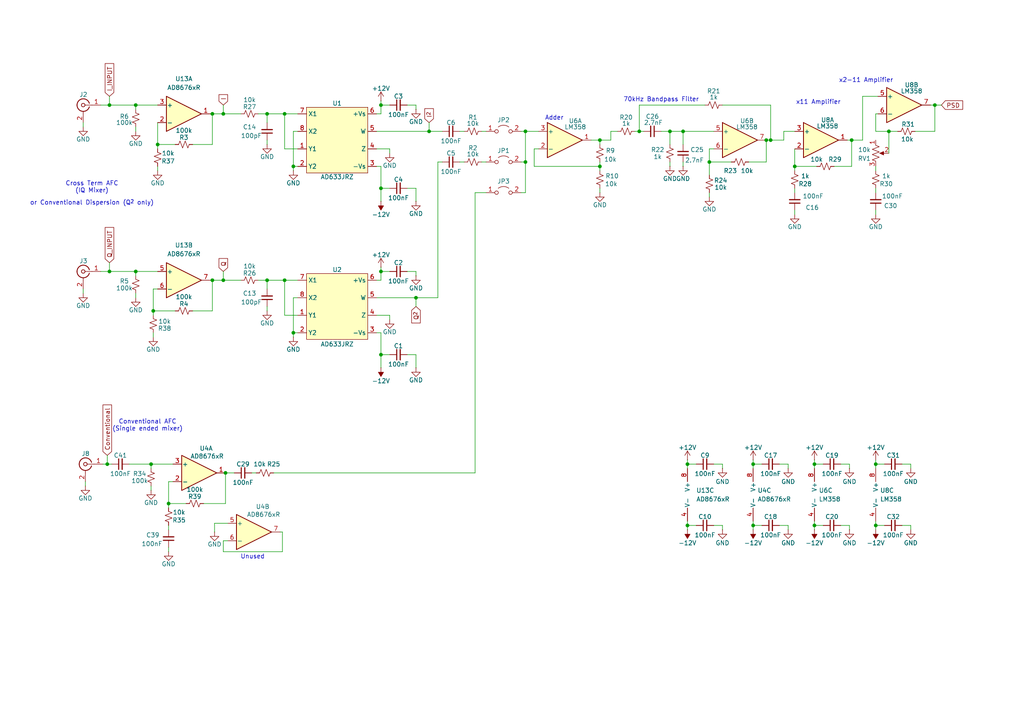
<source format=kicad_sch>
(kicad_sch (version 20231120) (generator "eeschema") (generator_version "8.0")
  (paper "A4")
  (lib_symbols
    (symbol "Amplifier_Operational:AD8676xR" (pin_names (offset 0.127))
      (property "Reference" "U" (at 2.54 6.35 0))
      (property "Value" "AD8676xR" (at 2.54 3.81 0))
      (symbol "AD8676xR_1_1"
        (polyline (pts (xy 5.08 0) (xy -5.08 5.08) (xy -5.08 -5.08) (xy 5.08 0)) (stroke (width 0.254)) (fill (type background)))
        (pin output line (at 7.62 0 180) (length 2.54) (name "~") (number "1"))
        (pin input line (at -7.62 -2.54 0) (length 2.54) (name "-") (number "2"))
        (pin input line (at -7.62 2.54 0) (length 2.54) (name "+") (number "3"))
      )
      (symbol "AD8676xR_2_1"
        (polyline (pts (xy 5.08 0) (xy -5.08 5.08) (xy -5.08 -5.08) (xy 5.08 0)) (stroke (width 0.254)) (fill (type background)))
        (pin input line (at -7.62 2.54 0) (length 2.54) (name "+") (number "5"))
        (pin input line (at -7.62 -2.54 0) (length 2.54) (name "-") (number "6"))
        (pin output line (at 7.62 0 180) (length 2.54) (name "~") (number "7"))
      )
      (symbol "AD8676xR_3_1"
        (pin power_in line (at 0 -7.62 90) (length 3.81) (name "V-") (number "4"))
        (pin power_in line (at 0 7.62 270) (length 3.81) (name "V+") (number "8"))
      )
    )
    (symbol "Amplifier_Operational:LM358" (pin_names (offset 0.127))
      (property "Reference" "U" (at 0 5.08 0))
      (property "Value" "LM358" (at 0 -5.08 0))
      (symbol "LM358_1_1"
        (polyline (pts (xy -5.08 5.08) (xy 5.08 0) (xy -5.08 -5.08) (xy -5.08 5.08)) (stroke (width 0.254)) (fill (type background)))
        (pin output line (at 7.62 0 180) (length 2.54) (name "~") (number "1"))
        (pin input line (at -7.62 -2.54 0) (length 2.54) (name "-") (number "2"))
        (pin input line (at -7.62 2.54 0) (length 2.54) (name "+") (number "3"))
      )
      (symbol "LM358_2_1"
        (polyline (pts (xy -5.08 5.08) (xy 5.08 0) (xy -5.08 -5.08) (xy -5.08 5.08)) (stroke (width 0.254)) (fill (type background)))
        (pin input line (at -7.62 2.54 0) (length 2.54) (name "+") (number "5"))
        (pin input line (at -7.62 -2.54 0) (length 2.54) (name "-") (number "6"))
        (pin output line (at 7.62 0 180) (length 2.54) (name "~") (number "7"))
      )
      (symbol "LM358_3_1"
        (pin power_in line (at -2.54 -7.62 90) (length 3.81) (name "V-") (number "4"))
        (pin power_in line (at -2.54 7.62 270) (length 3.81) (name "V+") (number "8"))
      )
    )
    (symbol "Connector:Conn_Coaxial" (pin_names (offset 1.016) hide)
      (property "Reference" "J" (at 0.254 3.048 0))
      (property "Value" "Conn_Coaxial" (at 2.921 0 90))
      (symbol "Conn_Coaxial_0_1"
        (arc (start -1.778 -0.508) (mid 0.2311 -1.8066) (end 1.778 0) (stroke (width 0.254)))
        (polyline (pts (xy -2.54 0) (xy -0.508 0)))
        (polyline (pts (xy 0 -2.54) (xy 0 -1.778)))
        (circle (center 0 0) (radius 0.508) (stroke (width 0.2032)))
        (arc (start 1.778 0) (mid 0.2099 1.8101) (end -1.778 0.508) (stroke (width 0.254)))
      )
      (symbol "Conn_Coaxial_1_1"
        (pin passive line (at -5.08 0 0) (length 2.54) (name "In") (number "1"))
        (pin passive line (at 0 -5.08 90) (length 2.54) (name "Ext") (number "2"))
      )
    )
    (symbol "Device:C_Small" (pin_numbers hide) (pin_names (offset 0.254) hide)
      (property "Reference" "C" (at 0.254 1.778 0))
      (property "Value" "C_Small" (at 0.254 -2.032 0))
      (symbol "C_Small_0_1"
        (polyline (pts (xy -1.524 -0.508) (xy 1.524 -0.508)) (stroke (width 0.3302)))
        (polyline (pts (xy -1.524 0.508) (xy 1.524 0.508)) (stroke (width 0.3048)))
      )
      (symbol "C_Small_1_1"
        (pin passive line (at 0 2.54 270) (length 2.032) (name "~") (number "1"))
        (pin passive line (at 0 -2.54 90) (length 2.032) (name "~") (number "2"))
      )
    )
    (symbol "Device:R_Potentiometer_US" (pin_names (offset 1.016) hide)
      (property "Reference" "RV" (at -4.445 0 90))
      (property "Value" "R_Potentiometer_US" (at -2.54 0 90))
      (symbol "R_Potentiometer_US_0_1"
        (polyline (pts (xy 0 -2.286) (xy 0 -2.54)))
        (polyline (pts (xy 0 2.54) (xy 0 2.286)))
        (polyline (pts (xy 2.54 0) (xy 1.524 0)))
        (polyline (pts (xy 1.143 0) (xy 2.286 0.508) (xy 2.286 -0.508) (xy 1.143 0)) (fill (type outline)))
        (polyline (pts (xy 0 -0.762) (xy 1.016 -1.143) (xy 0 -1.524) (xy -1.016 -1.905) (xy 0 -2.286)))
        (polyline (pts (xy 0 0.762) (xy 1.016 0.381) (xy 0 0) (xy -1.016 -0.381) (xy 0 -0.762)))
        (polyline (pts (xy 0 2.286) (xy 1.016 1.905) (xy 0 1.524) (xy -1.016 1.143) (xy 0 0.762)))
      )
      (symbol "R_Potentiometer_US_1_1"
        (pin passive line (at 0 3.81 270) (length 1.27) (name "1") (number "1"))
        (pin passive line (at 3.81 0 180) (length 1.27) (name "2") (number "2"))
        (pin passive line (at 0 -3.81 90) (length 1.27) (name "3") (number "3"))
      )
    )
    (symbol "Device:R_Small_US" (pin_numbers hide) (pin_names (offset 0.254) hide)
      (property "Reference" "R" (at 0.762 0.508 0))
      (property "Value" "R_Small_US" (at 0.762 -1.016 0))
      (symbol "R_Small_US_1_1"
        (polyline (pts (xy 0 0) (xy 1.016 -0.381) (xy 0 -0.762) (xy -1.016 -1.143) (xy 0 -1.524)))
        (polyline (pts (xy 0 1.524) (xy 1.016 1.143) (xy 0 0.762) (xy -1.016 0.381) (xy 0 0)))
        (pin passive line (at 0 2.54 270) (length 1.016) (name "~") (number "1"))
        (pin passive line (at 0 -2.54 90) (length 1.016) (name "~") (number "2"))
      )
    )
    (symbol "Jumper:Jumper_2_Open" (pin_names (offset 0) hide)
      (property "Reference" "JP" (at 0 2.794 0))
      (property "Value" "Jumper_2_Open" (at 0 -2.286 0))
      (symbol "Jumper_2_Open_0_0"
        (circle (center -2.032 0) (radius 0.508))
        (circle (center 2.032 0) (radius 0.508))
      )
      (symbol "Jumper_2_Open_0_1"
        (arc (start 1.524 1.27) (mid 0 1.778) (end -1.524 1.27))
      )
      (symbol "Jumper_2_Open_1_1"
        (pin passive line (at -5.08 0 0) (length 2.54) (name "A") (number "1"))
        (pin passive line (at 5.08 0 180) (length 2.54) (name "B") (number "2"))
      )
    )
    (symbol "_tim-RF:AD633JRZ"
      (property "Reference" "U" (at -0.254 -12.7 0))
      (property "Value" "AD633JRZ" (at -0.254 -12.7 0))
      (property "Digikey" "505-AD633JRZ-ND" (at -0.254 -14.732 0))
      (symbol "AD633JRZ_1_1"
        (rectangle (start -8.89 9.525) (end 8.89 -9.525) (fill (type background)))
        (pin input line (at -11.43 -2.54 0) (length 2.54) (name "Y1") (number "1"))
        (pin input line (at -11.43 -7.62 0) (length 2.54) (name "Y2") (number "2"))
        (pin power_in line (at 11.43 -7.62 180) (length 2.54) (name "-Vs") (number "3"))
        (pin input line (at 11.43 -2.54 180) (length 2.54) (name "Z") (number "4"))
        (pin output line (at 11.43 2.54 180) (length 2.54) (name "W") (number "5"))
        (pin power_in line (at 11.43 7.62 180) (length 2.54) (name "+Vs") (number "6"))
        (pin input line (at -11.43 7.62 0) (length 2.54) (name "X1") (number "7"))
        (pin input line (at -11.43 2.54 0) (length 2.54) (name "X2") (number "8"))
      )
    )
    (symbol "power:+12V" (power) (pin_numbers hide) (pin_names (offset 0) hide)
      (property "Value" "+12V" (at 0 3.556 0))
      (symbol "+12V_0_1"
        (polyline (pts (xy -0.762 1.27) (xy 0 2.54)))
        (polyline (pts (xy 0 0) (xy 0 2.54)))
        (polyline (pts (xy 0 2.54) (xy 0.762 1.27)))
      )
      (symbol "+12V_1_1"
        (pin power_in line (at 0 0 90) (length 0) (name "~") (number "1"))
      )
    )
    (symbol "power:-12V" (power) (pin_numbers hide) (pin_names (offset 0) hide)
      (property "Value" "-12V" (at 0 3.556 0))
      (symbol "-12V_0_0"
        (pin power_in line (at 0 0 90) (length 0) (name "~") (number "1"))
      )
      (symbol "-12V_0_1"
        (polyline (pts (xy 0 0) (xy 0 1.27) (xy 0.762 1.27) (xy 0 2.54) (xy -0.762 1.27) (xy 0 1.27)) (fill (type outline)))
      )
    )
    (symbol "power:GND" (power) (pin_numbers hide) (pin_names (offset 0) hide)
      (property "Value" "GND" (at 0 -3.81 0))
      (symbol "GND_0_1"
        (polyline (pts (xy 0 0) (xy 0 -1.27) (xy 1.27 -1.27) (xy 0 -2.54) (xy -1.27 -1.27) (xy 0 -1.27)))
      )
      (symbol "GND_1_1"
        (pin power_in line (at 0 0 270) (length 0) (name "~") (number "1"))
      )
    )
  )
  (junction (at 48.895 146.05))
  (junction (at 218.44 152.4))
  (junction (at 61.595 33.02))
  (junction (at 43.815 134.62))
  (junction (at 271.145 30.48))
  (junction (at 64.77 81.28))
  (junction (at 77.47 33.02))
  (junction (at 194.31 38.1))
  (junction (at 254 152.4))
  (junction (at 65.405 137.16))
  (junction (at 257.81 38.1))
  (junction (at 31.75 30.48))
  (junction (at 152.4 46.99))
  (junction (at 199.39 134.62))
  (junction (at 44.45 90.17))
  (junction (at 223.52 40.64))
  (junction (at 236.22 152.4))
  (junction (at 230.505 48.26))
  (junction (at 110.49 54.61))
  (junction (at 173.99 48.26))
  (junction (at 236.22 134.62))
  (junction (at 110.49 102.87))
  (junction (at 198.12 38.1))
  (junction (at 199.39 152.4))
  (junction (at 152.4 38.1))
  (junction (at 82.55 81.28))
  (junction (at 85.09 48.26))
  (junction (at 61.595 81.28))
  (junction (at 185.42 38.1))
  (junction (at 205.74 46.99))
  (junction (at 120.65 86.36))
  (junction (at 222.25 40.64))
  (junction (at 247.015 40.64))
  (junction (at 110.49 30.48))
  (junction (at 82.55 33.02))
  (junction (at 45.72 41.91))
  (junction (at 110.49 78.74))
  (junction (at 173.99 40.64))
  (junction (at 64.77 33.02))
  (junction (at 85.09 96.52))
  (junction (at 31.115 134.62))
  (junction (at 254 134.62))
  (junction (at 39.37 78.74))
  (junction (at 218.44 134.62))
  (junction (at 124.46 38.1))
  (junction (at 31.75 78.74))
  (junction (at 39.37 30.48))
  (junction (at 77.47 81.28))
  (wire (pts (xy 120.65 58.42) (xy 120.65 54.61)))
  (wire (pts (xy 223.52 30.48) (xy 223.52 40.64)))
  (wire (pts (xy 254 134.62) (xy 254 135.89)))
  (wire (pts (xy 209.55 152.4) (xy 207.01 152.4)))
  (wire (pts (xy 184.15 38.1) (xy 185.42 38.1)))
  (wire (pts (xy 65.405 137.16) (xy 67.945 137.16)))
  (wire (pts (xy 173.99 46.99) (xy 173.99 48.26)))
  (wire (pts (xy 264.16 135.89) (xy 264.16 134.62)))
  (wire (pts (xy 85.09 86.36) (xy 85.09 96.52)))
  (wire (pts (xy 61.595 81.28) (xy 64.77 81.28)))
  (wire (pts (xy 31.75 27.94) (xy 31.75 30.48)))
  (wire (pts (xy 85.09 48.26) (xy 85.09 49.53)))
  (wire (pts (xy 154.94 48.26) (xy 173.99 48.26)))
  (wire (pts (xy 152.4 38.1) (xy 156.21 38.1)))
  (wire (pts (xy 110.49 96.52) (xy 110.49 102.87)))
  (wire (pts (xy 198.12 38.1) (xy 207.01 38.1)))
  (wire (pts (xy 61.595 90.17) (xy 61.595 81.28)))
  (wire (pts (xy 79.375 137.16) (xy 137.795 137.16)))
  (wire (pts (xy 173.99 54.61) (xy 173.99 55.88)))
  (wire (pts (xy 250.19 27.94) (xy 254.635 27.94)))
  (wire (pts (xy 110.49 77.47) (xy 110.49 78.74)))
  (wire (pts (xy 152.4 46.99) (xy 152.4 38.1)))
  (wire (pts (xy 257.81 38.1) (xy 260.35 38.1)))
  (wire (pts (xy 86.36 96.52) (xy 85.09 96.52)))
  (wire (pts (xy 151.13 46.99) (xy 152.4 46.99)))
  (wire (pts (xy 39.37 78.74) (xy 45.72 78.74)))
  (wire (pts (xy 173.99 40.64) (xy 171.45 40.64)))
  (wire (pts (xy 44.45 90.17) (xy 44.45 91.44)))
  (wire (pts (xy 222.25 40.64) (xy 222.25 46.99)))
  (wire (pts (xy 173.99 40.64) (xy 177.165 40.64)))
  (wire (pts (xy 256.54 152.4) (xy 254 152.4)))
  (wire (pts (xy 44.45 83.82) (xy 44.45 90.17)))
  (wire (pts (xy 39.37 78.74) (xy 39.37 80.01)))
  (wire (pts (xy 247.015 40.64) (xy 245.745 40.64)))
  (wire (pts (xy 45.72 41.91) (xy 50.8 41.91)))
  (wire (pts (xy 139.7 46.99) (xy 140.97 46.99)))
  (wire (pts (xy 199.39 134.62) (xy 199.39 135.89)))
  (wire (pts (xy 44.45 96.52) (xy 44.45 97.79)))
  (wire (pts (xy 133.35 46.99) (xy 134.62 46.99)))
  (wire (pts (xy 151.13 38.1) (xy 152.4 38.1)))
  (wire (pts (xy 110.49 54.61) (xy 110.49 58.42)))
  (wire (pts (xy 45.72 48.26) (xy 45.72 49.53)))
  (wire (pts (xy 110.49 102.87) (xy 110.49 106.68)))
  (wire (pts (xy 254 33.02) (xy 254 38.1)))
  (wire (pts (xy 254 152.4) (xy 254 151.13)))
  (wire (pts (xy 86.36 38.1) (xy 85.09 38.1)))
  (wire (pts (xy 109.22 91.44) (xy 113.03 91.44)))
  (wire (pts (xy 59.055 146.05) (xy 65.405 146.05)))
  (wire (pts (xy 137.795 137.16) (xy 137.795 55.88)))
  (wire (pts (xy 82.55 91.44) (xy 82.55 81.28)))
  (wire (pts (xy 81.915 160.02) (xy 81.915 154.305)))
  (wire (pts (xy 254 133.35) (xy 254 134.62)))
  (wire (pts (xy 257.81 38.1) (xy 257.81 44.45)))
  (wire (pts (xy 236.855 48.26) (xy 230.505 48.26)))
  (wire (pts (xy 110.49 29.21) (xy 110.49 30.48)))
  (wire (pts (xy 31.75 76.2) (xy 31.75 78.74)))
  (wire (pts (xy 39.37 30.48) (xy 45.72 30.48)))
  (wire (pts (xy 254 48.26) (xy 254 49.53)))
  (wire (pts (xy 209.55 153.67) (xy 209.55 152.4)))
  (wire (pts (xy 223.52 40.64) (xy 222.25 40.64)))
  (wire (pts (xy 247.015 48.26) (xy 247.015 40.64)))
  (wire (pts (xy 120.65 106.68) (xy 120.65 102.87)))
  (wire (pts (xy 82.55 43.18) (xy 82.55 33.02)))
  (wire (pts (xy 222.25 46.99) (xy 217.17 46.99)))
  (wire (pts (xy 48.895 139.7) (xy 48.895 146.05)))
  (wire (pts (xy 65.405 137.16) (xy 65.405 146.05)))
  (wire (pts (xy 120.65 102.87) (xy 118.11 102.87)))
  (wire (pts (xy 120.65 78.74) (xy 120.65 80.01)))
  (wire (pts (xy 124.46 38.1) (xy 128.27 38.1)))
  (wire (pts (xy 218.44 151.13) (xy 218.44 152.4)))
  (wire (pts (xy 173.99 40.64) (xy 173.99 41.91)))
  (wire (pts (xy 227.33 38.1) (xy 230.505 38.1)))
  (wire (pts (xy 118.11 78.74) (xy 120.65 78.74)))
  (wire (pts (xy 212.09 46.99) (xy 205.74 46.99)))
  (wire (pts (xy 110.49 102.87) (xy 113.03 102.87)))
  (wire (pts (xy 152.4 46.99) (xy 152.4 55.88)))
  (wire (pts (xy 177.165 40.64) (xy 177.165 38.1)))
  (wire (pts (xy 137.795 55.88) (xy 140.97 55.88)))
  (wire (pts (xy 24.765 139.7) (xy 24.765 140.97)))
  (wire (pts (xy 64.77 78.74) (xy 64.77 81.28)))
  (wire (pts (xy 82.55 33.02) (xy 86.36 33.02)))
  (wire (pts (xy 204.47 30.48) (xy 185.42 30.48)))
  (wire (pts (xy 236.22 133.35) (xy 236.22 134.62)))
  (wire (pts (xy 85.09 38.1) (xy 85.09 48.26)))
  (wire (pts (xy 62.23 151.765) (xy 66.04 151.765)))
  (wire (pts (xy 61.595 41.91) (xy 61.595 33.02)))
  (wire (pts (xy 246.38 152.4) (xy 243.84 152.4)))
  (wire (pts (xy 177.165 38.1) (xy 179.07 38.1)))
  (wire (pts (xy 199.39 151.13) (xy 199.39 152.4)))
  (wire (pts (xy 139.7 38.1) (xy 140.97 38.1)))
  (wire (pts (xy 271.145 38.1) (xy 271.145 30.48)))
  (wire (pts (xy 230.505 54.61) (xy 230.505 55.88)))
  (wire (pts (xy 31.75 78.74) (xy 39.37 78.74)))
  (wire (pts (xy 113.03 43.18) (xy 113.03 44.45)))
  (wire (pts (xy 199.39 134.62) (xy 201.93 134.62)))
  (wire (pts (xy 218.44 134.62) (xy 218.44 135.89)))
  (wire (pts (xy 45.72 83.82) (xy 44.45 83.82)))
  (wire (pts (xy 246.38 153.67) (xy 246.38 152.4)))
  (wire (pts (xy 86.36 48.26) (xy 85.09 48.26)))
  (wire (pts (xy 124.46 35.56) (xy 124.46 38.1)))
  (wire (pts (xy 133.35 38.1) (xy 134.62 38.1)))
  (wire (pts (xy 45.72 43.18) (xy 45.72 41.91)))
  (wire (pts (xy 227.33 40.64) (xy 227.33 38.1)))
  (wire (pts (xy 185.42 30.48) (xy 185.42 38.1)))
  (wire (pts (xy 48.895 139.7) (xy 50.165 139.7)))
  (wire (pts (xy 218.44 133.35) (xy 218.44 134.62)))
  (wire (pts (xy 29.845 134.62) (xy 31.115 134.62)))
  (wire (pts (xy 250.19 27.94) (xy 250.19 40.64)))
  (wire (pts (xy 86.36 91.44) (xy 82.55 91.44)))
  (wire (pts (xy 64.77 156.845) (xy 64.77 160.02)))
  (wire (pts (xy 110.49 78.74) (xy 113.03 78.74)))
  (wire (pts (xy 73.025 137.16) (xy 74.295 137.16)))
  (wire (pts (xy 209.55 30.48) (xy 223.52 30.48)))
  (wire (pts (xy 110.49 30.48) (xy 110.49 33.02)))
  (wire (pts (xy 236.22 152.4) (xy 236.22 151.13)))
  (wire (pts (xy 228.6 153.67) (xy 228.6 152.4)))
  (wire (pts (xy 120.65 86.36) (xy 120.65 88.9)))
  (wire (pts (xy 77.47 81.28) (xy 82.55 81.28)))
  (wire (pts (xy 254.635 33.02) (xy 254 33.02)))
  (wire (pts (xy 64.77 30.48) (xy 64.77 33.02)))
  (wire (pts (xy 55.88 41.91) (xy 61.595 41.91)))
  (wire (pts (xy 61.595 33.02) (xy 64.77 33.02)))
  (wire (pts (xy 264.16 152.4) (xy 261.62 152.4)))
  (wire (pts (xy 43.815 134.62) (xy 50.165 134.62)))
  (wire (pts (xy 64.77 81.28) (xy 69.85 81.28)))
  (wire (pts (xy 230.505 60.96) (xy 230.505 62.23)))
  (wire (pts (xy 230.505 48.26) (xy 230.505 43.18)))
  (wire (pts (xy 246.38 135.89) (xy 246.38 134.62)))
  (wire (pts (xy 48.895 146.05) (xy 53.975 146.05)))
  (wire (pts (xy 257.81 38.1) (xy 254 38.1)))
  (wire (pts (xy 185.42 38.1) (xy 186.69 38.1)))
  (wire (pts (xy 201.93 152.4) (xy 199.39 152.4)))
  (wire (pts (xy 228.6 134.62) (xy 226.06 134.62)))
  (wire (pts (xy 55.88 90.17) (xy 61.595 90.17)))
  (wire (pts (xy 110.49 33.02) (xy 109.22 33.02)))
  (wire (pts (xy 43.815 134.62) (xy 43.815 135.89)))
  (wire (pts (xy 228.6 135.89) (xy 228.6 134.62)))
  (wire (pts (xy 230.505 48.26) (xy 230.505 49.53)))
  (wire (pts (xy 110.49 81.28) (xy 109.22 81.28)))
  (wire (pts (xy 81.915 154.305) (xy 81.28 154.305)))
  (wire (pts (xy 254 54.61) (xy 254 55.88)))
  (wire (pts (xy 74.93 81.28) (xy 77.47 81.28)))
  (wire (pts (xy 31.115 134.62) (xy 32.385 134.62)))
  (wire (pts (xy 269.875 30.48) (xy 271.145 30.48)))
  (wire (pts (xy 44.45 90.17) (xy 50.8 90.17)))
  (wire (pts (xy 74.93 33.02) (xy 77.47 33.02)))
  (wire (pts (xy 31.75 30.48) (xy 39.37 30.48)))
  (wire (pts (xy 86.36 86.36) (xy 85.09 86.36)))
  (wire (pts (xy 37.465 134.62) (xy 43.815 134.62)))
  (wire (pts (xy 77.47 88.9) (xy 77.47 90.17)))
  (wire (pts (xy 60.96 33.02) (xy 61.595 33.02)))
  (wire (pts (xy 48.895 160.02) (xy 48.895 158.75)))
  (wire (pts (xy 207.01 43.18) (xy 205.74 43.18)))
  (wire (pts (xy 194.31 46.99) (xy 194.31 48.26)))
  (wire (pts (xy 228.6 152.4) (xy 226.06 152.4)))
  (wire (pts (xy 77.47 40.64) (xy 77.47 41.91)))
  (wire (pts (xy 154.94 43.18) (xy 154.94 48.26)))
  (wire (pts (xy 250.19 40.64) (xy 247.015 40.64)))
  (wire (pts (xy 205.74 46.99) (xy 205.74 50.8)))
  (wire (pts (xy 77.47 33.02) (xy 82.55 33.02)))
  (wire (pts (xy 194.31 38.1) (xy 194.31 41.91)))
  (wire (pts (xy 198.12 46.99) (xy 198.12 48.26)))
  (wire (pts (xy 39.37 30.48) (xy 39.37 31.75)))
  (wire (pts (xy 118.11 30.48) (xy 120.65 30.48)))
  (wire (pts (xy 109.22 43.18) (xy 113.03 43.18)))
  (wire (pts (xy 31.115 132.08) (xy 31.115 134.62)))
  (wire (pts (xy 48.895 147.32) (xy 48.895 146.05)))
  (wire (pts (xy 238.76 152.4) (xy 236.22 152.4)))
  (wire (pts (xy 110.49 30.48) (xy 113.03 30.48)))
  (wire (pts (xy 110.49 54.61) (xy 113.03 54.61)))
  (wire (pts (xy 45.72 35.56) (xy 45.72 41.91)))
  (wire (pts (xy 264.16 153.67) (xy 264.16 152.4)))
  (wire (pts (xy 109.22 38.1) (xy 124.46 38.1)))
  (wire (pts (xy 254 152.4) (xy 254 153.67)))
  (wire (pts (xy 246.38 134.62) (xy 243.84 134.62)))
  (wire (pts (xy 151.13 55.88) (xy 152.4 55.88)))
  (wire (pts (xy 120.65 30.48) (xy 120.65 31.75)))
  (wire (pts (xy 205.74 55.88) (xy 205.74 57.15)))
  (wire (pts (xy 120.65 54.61) (xy 118.11 54.61)))
  (wire (pts (xy 256.54 134.62) (xy 254 134.62)))
  (wire (pts (xy 209.55 134.62) (xy 207.01 134.62)))
  (wire (pts (xy 86.36 43.18) (xy 82.55 43.18)))
  (wire (pts (xy 66.04 156.845) (xy 64.77 156.845)))
  (wire (pts (xy 77.47 33.02) (xy 77.47 35.56)))
  (wire (pts (xy 271.145 30.48) (xy 273.05 30.48)))
  (wire (pts (xy 236.22 134.62) (xy 236.22 135.89)))
  (wire (pts (xy 62.23 154.305) (xy 62.23 151.765)))
  (wire (pts (xy 220.98 152.4) (xy 218.44 152.4)))
  (wire (pts (xy 109.22 96.52) (xy 110.49 96.52)))
  (wire (pts (xy 127 46.99) (xy 127 86.36)))
  (wire (pts (xy 191.77 38.1) (xy 194.31 38.1)))
  (wire (pts (xy 113.03 91.44) (xy 113.03 92.71)))
  (wire (pts (xy 109.22 86.36) (xy 120.65 86.36)))
  (wire (pts (xy 24.13 83.82) (xy 24.13 85.09)))
  (wire (pts (xy 241.935 48.26) (xy 247.015 48.26)))
  (wire (pts (xy 198.12 38.1) (xy 198.12 41.91)))
  (wire (pts (xy 43.815 140.97) (xy 43.815 142.24)))
  (wire (pts (xy 120.65 86.36) (xy 127 86.36)))
  (wire (pts (xy 77.47 81.28) (xy 77.47 83.82)))
  (wire (pts (xy 64.77 160.02) (xy 81.915 160.02)))
  (wire (pts (xy 39.37 85.09) (xy 39.37 86.36)))
  (wire (pts (xy 265.43 38.1) (xy 271.145 38.1)))
  (wire (pts (xy 110.49 48.26) (xy 110.49 54.61)))
  (wire (pts (xy 264.16 134.62) (xy 261.62 134.62)))
  (wire (pts (xy 199.39 152.4) (xy 199.39 153.67)))
  (wire (pts (xy 24.13 35.56) (xy 24.13 36.83)))
  (wire (pts (xy 218.44 152.4) (xy 218.44 153.67)))
  (wire (pts (xy 48.895 152.4) (xy 48.895 153.67)))
  (wire (pts (xy 254 60.96) (xy 254 62.23)))
  (wire (pts (xy 173.99 48.26) (xy 173.99 49.53)))
  (wire (pts (xy 205.74 43.18) (xy 205.74 46.99)))
  (wire (pts (xy 236.22 134.62) (xy 238.76 134.62)))
  (wire (pts (xy 194.31 38.1) (xy 198.12 38.1)))
  (wire (pts (xy 60.96 81.28) (xy 61.595 81.28)))
  (wire (pts (xy 29.21 30.48) (xy 31.75 30.48)))
  (wire (pts (xy 218.44 134.62) (xy 220.98 134.62)))
  (wire (pts (xy 199.39 133.35) (xy 199.39 134.62)))
  (wire (pts (xy 127 46.99) (xy 128.27 46.99)))
  (wire (pts (xy 236.22 152.4) (xy 236.22 153.67)))
  (wire (pts (xy 156.21 43.18) (xy 154.94 43.18)))
  (wire (pts (xy 64.77 33.02) (xy 69.85 33.02)))
  (wire (pts (xy 209.55 135.89) (xy 209.55 134.62)))
  (wire (pts (xy 29.21 78.74) (xy 31.75 78.74)))
  (wire (pts (xy 82.55 81.28) (xy 86.36 81.28)))
  (wire (pts (xy 110.49 78.74) (xy 110.49 81.28)))
  (wire (pts (xy 109.22 48.26) (xy 110.49 48.26)))
  (wire (pts (xy 223.52 40.64) (xy 227.33 40.64)))
  (wire (pts (xy 39.37 36.83) (xy 39.37 38.1)))
  (wire (pts (xy 85.09 96.52) (xy 85.09 97.79)))
  (text "Conventional AFC\n(Single ended mixer)" (at 42.799 123.444 0) (effects (font (size 1.27 1.27))))
  (text "Adder" (at 160.782 34.29 0) (effects (font (size 1.27 1.27))))
  (text "Cross Term AFC\n(IQ Mixer)" (at 26.67 54.356 0) (effects (font (size 1.27 1.27))))
  (text "x2-11 Amplifier" (at 251.206 23.368 0) (effects (font (size 1.27 1.27))))
  (text "Unused" (at 73.279 161.544 0) (effects (font (size 1.27 1.27))))
  (text "or Conventional Dispersion (Q^{2} only)" (at 26.67 58.928 0) (effects (font (size 1.27 1.27))))
  (text "x11 Amplifier" (at 237.363 29.718 0) (effects (font (size 1.27 1.27))))
  (text "70kHz Bandpass Filter" (at 191.77 28.956 0) (effects (font (size 1.27 1.27))))
  (global_label "PSD" (shape input) (at 273.05 30.48 0) (property "Intersheetrefs" "${INTERSHEET_REFS}" (effects (hide yes))))
  (global_label "Conventional" (shape input) (at 31.115 132.08 90) (property "Intersheetrefs" "${INTERSHEET_REFS}" (effects (hide yes))))
  (global_label "Q" (shape input) (at 64.77 78.74 90) (property "Intersheetrefs" "${INTERSHEET_REFS}" (effects (hide yes))))
  (global_label "Q^{2}" (shape input) (at 120.65 88.9 270) (property "Intersheetrefs" "${INTERSHEET_REFS}" (effects (hide yes))))
  (global_label "Q_INPUT" (shape input) (at 31.75 76.2 90) (property "Intersheetrefs" "${INTERSHEET_REFS}" (effects (hide yes))))
  (global_label "I" (shape input) (at 64.77 30.48 90) (property "Intersheetrefs" "${INTERSHEET_REFS}" (effects (hide yes))))
  (global_label "I^{2}" (shape input) (at 124.46 35.56 90) (property "Intersheetrefs" "${INTERSHEET_REFS}" (effects (hide yes))))
  (global_label "I_INPUT" (shape input) (at 31.75 27.94 90) (property "Intersheetrefs" "${INTERSHEET_REFS}" (effects (hide yes))))
  (symbol (lib_id "Device:R_Small_US") (at 45.72 45.72 0) (unit 1)
    (property "Reference" "R37" (at 48.768 46.736 0))
    (property "Value" "10k" (at 48.768 44.45 0))
    (property "Description" "Resistor, small US symbol" (effects (hide yes)))
  )
  (symbol (lib_id "Amplifier_Operational:LM358") (at 238.125 40.64 0) (unit 1)
    (property "Reference" "U8" (at 240.03 34.798 0))
    (property "Value" "LM358" (at 240.03 36.576 0))
    (property "Footprint" "Package_SO:SOIC-8_3.9x4.9mm_P1.27mm" (effects (hide yes)))
    (property "Datasheet" "http://www.ti.com/lit/ds/symlink/lm2904-n.pdf" (effects (hide yes)))
    (property "Description" "Low-Power, Dual Operational Amplifiers, DIP-8/SOIC-8/TO-99-8" (effects (hide yes)))
  )
  (symbol (lib_id "Device:C_Small") (at 48.895 156.21 180) (unit 1)
    (property "Reference" "C39" (at 44.323 155.194 0))
    (property "Value" "100nF" (at 44.069 157.734 0))
    (property "Description" "Unpolarized capacitor, small symbol" (effects (hide yes)))
  )
  (symbol (lib_id "power:-12V") (at 218.44 153.67 180) (unit 1)
    (property "Reference" "#PWR039" (effects (hide yes)))
    (property "Value" "-12V" (at 218.44 157.48 0))
    (property "Description" "Power symbol creates a global label with name \"-12V\"" (effects (hide yes)))
  )
  (symbol (lib_id "Amplifier_Operational:LM358") (at 214.63 40.64 0) (unit 2)
    (property "Reference" "U6" (at 216.662 35.052 0))
    (property "Value" "LM358" (at 216.662 36.83 0))
    (property "Footprint" "Package_SO:SOIC-8_3.9x4.9mm_P1.27mm" (effects (hide yes)))
    (property "Datasheet" "http://www.ti.com/lit/ds/symlink/lm2904-n.pdf" (effects (hide yes)))
    (property "Description" "Low-Power, Dual Operational Amplifiers, DIP-8/SOIC-8/TO-99-8" (effects (hide yes)))
  )
  (symbol (lib_id "Device:R_Small_US") (at 56.515 146.05 270) (unit 1)
    (property "Reference" "R39" (at 56.515 144.018 90))
    (property "Value" "100k" (at 56.515 141.986 90))
    (property "Description" "Resistor, small US symbol" (effects (hide yes)))
  )
  (symbol (lib_id "Device:R_Potentiometer_US") (at 254 44.45 0) (unit 1)
    (property "Reference" "RV1" (at 250.698 45.974 0))
    (property "Value" "10k" (at 250.698 43.434 0))
    (property "Description" "Potentiometer, US symbol" (effects (hide yes)))
  )
  (symbol (lib_id "power:+12V") (at 254 133.35 0) (unit 1)
    (property "Reference" "#PWR068" (effects (hide yes)))
    (property "Value" "+12V" (at 254 129.794 0))
    (property "Description" "Power symbol creates a global label with name \"+12V\"" (effects (hide yes)))
  )
  (symbol (lib_id "power:-12V") (at 110.49 106.68 180) (unit 1)
    (property "Reference" "#PWR015" (effects (hide yes)))
    (property "Value" "-12V" (at 110.49 110.49 0))
    (property "Description" "Power symbol creates a global label with name \"-12V\"" (effects (hide yes)))
  )
  (symbol (lib_id "Amplifier_Operational:AD8676xR") (at 53.34 81.28 0) (unit 2)
    (property "Reference" "U13" (at 53.34 71.12 0))
    (property "Value" "AD8676xR" (at 53.34 73.66 0))
    (property "Footprint" "Package_SO:SOIC-8_3.9x4.9mm_P1.27mm" (effects (hide yes)))
    (property "Datasheet" "https://www.analog.com/media/en/technical-documentation/data-sheets/AD8676.pdf" (effects (hide yes)))
    (property "Description" "Dual operational amplifier, Ultra-precision, 36V, Rail-to-rail output, SOIC-8" (effects (hide yes)))
  )
  (symbol (lib_id "_tim-RF:AD633JRZ") (at 97.79 88.9 0) (unit 1)
    (property "Reference" "U2" (at 97.79 78.232 0))
    (property "Value" "AD633JRZ" (at 97.79 99.822 0))
    (property "Footprint" "Package_SO:SOIC-8_3.9x4.9mm_P1.27mm" (effects (hide yes)))
    (property "Datasheet" "https://www.analog.com/media/en/technical-documentation/data-sheets/AD633.pdf" (effects (hide yes)))
    (property "Description" "Analog Multiplier 4-Quadrant 8-SOIC" (effects (hide yes)))
    (property "Digikey" "505-AD633JRZ-ND" (effects (hide yes)))
  )
  (symbol (lib_id "power:GND") (at 120.65 58.42 0) (unit 1)
    (property "Reference" "#PWR034" (effects (hide yes)))
    (property "Value" "GND" (at 120.65 61.976 0))
    (property "Description" "Power symbol creates a global label with name \"GND\" , ground" (effects (hide yes)))
  )
  (symbol (lib_id "power:+12V") (at 110.49 77.47 0) (unit 1)
    (property "Reference" "#PWR014" (effects (hide yes)))
    (property "Value" "+12V" (at 110.49 73.914 0))
    (property "Description" "Power symbol creates a global label with name \"+12V\"" (effects (hide yes)))
  )
  (symbol (lib_id "Device:C_Small") (at 259.08 134.62 90) (unit 1)
    (property "Reference" "C31" (at 259.08 132.08 90))
    (property "Value" "100nF" (at 259.08 137.414 90))
    (property "Description" "Unpolarized capacitor, small symbol" (effects (hide yes)))
  )
  (symbol (lib_id "Device:R_Small_US") (at 214.63 46.99 270) (unit 1)
    (property "Reference" "R23" (at 211.836 49.53 90))
    (property "Value" "10k" (at 216.662 49.53 90))
    (property "Description" "Resistor, small US symbol" (effects (hide yes)))
  )
  (symbol (lib_id "power:GND") (at 205.74 57.15 0) (unit 1)
    (property "Reference" "#PWR061" (effects (hide yes)))
    (property "Value" "GND" (at 205.74 60.706 0))
    (property "Description" "Power symbol creates a global label with name \"GND\" , ground" (effects (hide yes)))
  )
  (symbol (lib_id "power:GND") (at 44.45 97.79 0) (unit 1)
    (property "Reference" "#PWR06" (effects (hide yes)))
    (property "Value" "GND" (at 44.45 101.346 0))
    (property "Description" "Power symbol creates a global label with name \"GND\" , ground" (effects (hide yes)))
  )
  (symbol (lib_id "power:GND") (at 246.38 153.67 0) (unit 1)
    (property "Reference" "#PWR050" (effects (hide yes)))
    (property "Value" "GND" (at 246.38 157.48 0))
    (property "Description" "Power symbol creates a global label with name \"GND\" , ground" (effects (hide yes)))
  )
  (symbol (lib_id "power:-12V") (at 254 153.67 180) (unit 1)
    (property "Reference" "#PWR069" (effects (hide yes)))
    (property "Value" "-12V" (at 254 157.48 0))
    (property "Description" "Power symbol creates a global label with name \"-12V\"" (effects (hide yes)))
  )
  (symbol (lib_id "power:GND") (at 48.895 160.02 0) (unit 1)
    (property "Reference" "#PWR045" (effects (hide yes)))
    (property "Value" "GND" (at 48.895 163.576 0))
    (property "Description" "Power symbol creates a global label with name \"GND\" , ground" (effects (hide yes)))
  )
  (symbol (lib_id "Device:C_Small") (at 223.52 134.62 90) (unit 1)
    (property "Reference" "C17" (at 223.52 132.08 90))
    (property "Value" "100nF" (at 223.52 137.414 90))
    (property "Description" "Unpolarized capacitor, small symbol" (effects (hide yes)))
  )
  (symbol (lib_id "Amplifier_Operational:AD8676xR") (at 199.39 143.51 0) (unit 3)
    (property "Reference" "U13" (at 201.93 142.2399 0) (effects (justify left)))
    (property "Value" "AD8676xR" (at 201.93 144.7799 0) (effects (justify left)))
    (property "Footprint" "Package_SO:SOIC-8_3.9x4.9mm_P1.27mm" (effects (hide yes)))
    (property "Datasheet" "https://www.analog.com/media/en/technical-documentation/data-sheets/AD8676.pdf" (effects (hide yes)))
    (property "Description" "Dual operational amplifier, Ultra-precision, 36V, Rail-to-rail output, SOIC-8" (effects (hide yes)))
  )
  (symbol (lib_id "Device:C_Small") (at 115.57 30.48 90) (unit 1)
    (property "Reference" "C3" (at 115.57 27.94 90))
    (property "Value" "100nF" (at 115.57 33.274 90))
    (property "Description" "Unpolarized capacitor, small symbol" (effects (hide yes)))
  )
  (symbol (lib_id "power:GND") (at 85.09 97.79 0) (unit 1)
    (property "Reference" "#PWR011" (effects (hide yes)))
    (property "Value" "GND" (at 85.09 101.346 0))
    (property "Description" "Power symbol creates a global label with name \"GND\" , ground" (effects (hide yes)))
  )
  (symbol (lib_id "Device:C_Small") (at 254 58.42 180) (unit 1)
    (property "Reference" "C30" (at 258.318 59.69 0))
    (property "Value" "100nF" (at 258.826 56.896 0))
    (property "Description" "Unpolarized capacitor, small symbol" (effects (hide yes)))
  )
  (symbol (lib_id "power:GND") (at 230.505 62.23 0) (unit 1)
    (property "Reference" "#PWR066" (effects (hide yes)))
    (property "Value" "GND" (at 230.505 65.786 0))
    (property "Description" "Power symbol creates a global label with name \"GND\" , ground" (effects (hide yes)))
  )
  (symbol (lib_id "Connector:Conn_Coaxial") (at 24.765 134.62 0) (mirror y) (unit 1)
    (property "Reference" "J8" (at 26.035 131.572 0) (effects (justify left)))
    (property "Value" "Conn_Coaxial" (effects (hide yes)))
    (property "Description" "coaxial connector (BNC, SMA, SMB, SMC, Cinch/RCA, LEMO, ...)" (effects (hide yes)))
  )
  (symbol (lib_id "Device:R_Small_US") (at 39.37 34.29 180) (unit 1)
    (property "Reference" "R6" (at 36.068 33.782 0))
    (property "Value" "100k" (at 36.068 35.56 0))
    (property "Description" "Resistor, small US symbol" (effects (hide yes)))
  )
  (symbol (lib_id "Device:C_Small") (at 115.57 78.74 90) (unit 1)
    (property "Reference" "C2" (at 115.57 76.2 90))
    (property "Value" "100nF" (at 115.57 81.534 90))
    (property "Description" "Unpolarized capacitor, small symbol" (effects (hide yes)))
  )
  (symbol (lib_id "power:GND") (at 45.72 49.53 0) (unit 1)
    (property "Reference" "#PWR07" (effects (hide yes)))
    (property "Value" "GND" (at 45.72 53.086 0))
    (property "Description" "Power symbol creates a global label with name \"GND\" , ground" (effects (hide yes)))
  )
  (symbol (lib_id "Device:C_Small") (at 77.47 38.1 180) (unit 1)
    (property "Reference" "C14" (at 72.39 36.83 0))
    (property "Value" "100pF" (at 72.898 39.37 0))
    (property "Description" "Unpolarized capacitor, small symbol" (effects (hide yes)))
  )
  (symbol (lib_id "_tim-RF:AD633JRZ") (at 97.79 40.64 0) (unit 1)
    (property "Reference" "U1" (at 97.79 29.972 0))
    (property "Value" "AD633JRZ" (at 97.79 51.308 0))
    (property "Footprint" "Package_SO:SOIC-8_3.9x4.9mm_P1.27mm" (effects (hide yes)))
    (property "Datasheet" "https://www.analog.com/media/en/technical-documentation/data-sheets/AD633.pdf" (effects (hide yes)))
    (property "Description" "Analog Multiplier 4-Quadrant 8-SOIC" (effects (hide yes)))
    (property "Digikey" "505-AD633JRZ-ND" (effects (hide yes)))
  )
  (symbol (lib_id "Device:C_Small") (at 223.52 152.4 90) (unit 1)
    (property "Reference" "C18" (at 223.52 149.86 90))
    (property "Value" "100nF" (at 223.52 155.194 90))
    (property "Description" "Unpolarized capacitor, small symbol" (effects (hide yes)))
  )
  (symbol (lib_id "Device:R_Small_US") (at 76.835 137.16 270) (unit 1)
    (property "Reference" "R25" (at 79.375 134.62 90))
    (property "Value" "10k" (at 75.311 134.62 90))
    (property "Description" "Resistor, small US symbol" (effects (hide yes)))
  )
  (symbol (lib_id "Device:R_Small_US") (at 262.89 38.1 90) (unit 1)
    (property "Reference" "R31" (at 263.398 36.068 90))
    (property "Value" "10k" (at 263.144 40.386 90))
    (property "Description" "Resistor, small US symbol" (effects (hide yes)))
  )
  (symbol (lib_id "Jumper:Jumper_2_Open") (at 146.05 46.99 0) (unit 1)
    (property "Reference" "JP1" (at 146.05 43.688 0))
    (property "Value" "Jumper_2_Open" (effects (hide yes)))
    (property "Description" "Jumper, 2-pole, open" (effects (hide yes)))
  )
  (symbol (lib_id "power:GND") (at 173.99 55.88 0) (unit 1)
    (property "Reference" "#PWR046" (effects (hide yes)))
    (property "Value" "GND" (at 173.99 59.436 0))
    (property "Description" "Power symbol creates a global label with name \"GND\" , ground" (effects (hide yes)))
  )
  (symbol (lib_id "power:GND") (at 120.65 106.68 0) (unit 1)
    (property "Reference" "#PWR042" (effects (hide yes)))
    (property "Value" "GND" (at 120.65 110.236 0))
    (property "Description" "Power symbol creates a global label with name \"GND\" , ground" (effects (hide yes)))
  )
  (symbol (lib_id "Amplifier_Operational:AD8676xR") (at 218.44 143.51 0) (unit 3)
    (property "Reference" "U4" (at 219.71 142.2399 0) (effects (justify left)))
    (property "Value" "AD8676xR" (at 219.71 144.7799 0) (effects (justify left)))
    (property "Footprint" "Package_SO:SOIC-8_3.9x4.9mm_P1.27mm" (effects (hide yes)))
    (property "Datasheet" "https://www.analog.com/media/en/technical-documentation/data-sheets/AD8676.pdf" (effects (hide yes)))
    (property "Description" "Dual operational amplifier, Ultra-precision, 36V, Rail-to-rail output, SOIC-8" (effects (hide yes)))
  )
  (symbol (lib_id "Amplifier_Operational:LM358") (at 256.54 143.51 0) (unit 3)
    (property "Reference" "U8" (at 255.27 142.2399 0) (effects (justify left)))
    (property "Value" "LM358" (at 255.27 144.7799 0) (effects (justify left)))
    (property "Footprint" "Package_SO:SOIC-8_3.9x4.9mm_P1.27mm" (effects (hide yes)))
    (property "Datasheet" "http://www.ti.com/lit/ds/symlink/lm2904-n.pdf" (effects (hide yes)))
    (property "Description" "Low-Power, Dual Operational Amplifiers, DIP-8/SOIC-8/TO-99-8" (effects (hide yes)))
  )
  (symbol (lib_id "Device:C_Small") (at 259.08 152.4 90) (unit 1)
    (property "Reference" "C32" (at 259.08 149.86 90))
    (property "Value" "100nF" (at 259.08 155.194 90))
    (property "Description" "Unpolarized capacitor, small symbol" (effects (hide yes)))
  )
  (symbol (lib_id "power:GND") (at 198.12 48.26 0) (unit 1)
    (property "Reference" "#PWR060" (effects (hide yes)))
    (property "Value" "GND" (at 198.12 51.816 0))
    (property "Description" "Power symbol creates a global label with name \"GND\" , ground" (effects (hide yes)))
  )
  (symbol (lib_id "Device:C_Small") (at 241.3 134.62 90) (unit 1)
    (property "Reference" "C19" (at 241.3 132.08 90))
    (property "Value" "100nF" (at 241.3 137.414 90))
    (property "Description" "Unpolarized capacitor, small symbol" (effects (hide yes)))
  )
  (symbol (lib_id "Amplifier_Operational:AD8676xR") (at 73.66 154.305 0) (unit 2)
    (property "Reference" "U4" (at 76.2 146.939 0))
    (property "Value" "AD8676xR" (at 76.454 149.225 0))
    (property "Footprint" "Package_SO:SOIC-8_3.9x4.9mm_P1.27mm" (effects (hide yes)))
    (property "Datasheet" "https://www.analog.com/media/en/technical-documentation/data-sheets/AD8676.pdf" (effects (hide yes)))
    (property "Description" "Dual operational amplifier, Ultra-precision, 36V, Rail-to-rail output, SOIC-8" (effects (hide yes)))
  )
  (symbol (lib_id "power:GND") (at 113.03 44.45 0) (unit 1)
    (property "Reference" "#PWR016" (effects (hide yes)))
    (property "Value" "GND" (at 113.03 48.006 0))
    (property "Description" "Power symbol creates a global label with name \"GND\" , ground" (effects (hide yes)))
  )
  (symbol (lib_id "Jumper:Jumper_2_Open") (at 146.05 55.88 0) (unit 1)
    (property "Reference" "JP3" (at 146.05 52.578 0))
    (property "Value" "Jumper_2_Open" (effects (hide yes)))
    (property "Description" "Jumper, 2-pole, open" (effects (hide yes)))
  )
  (symbol (lib_id "Device:R_Small_US") (at 137.16 46.99 90) (unit 1)
    (property "Reference" "R2" (at 137.16 42.926 90))
    (property "Value" "10k" (at 137.16 44.704 90))
    (property "Description" "Resistor, small US symbol" (effects (hide yes)))
  )
  (symbol (lib_id "power:GND") (at 209.55 153.67 0) (unit 1)
    (property "Reference" "#PWR025" (effects (hide yes)))
    (property "Value" "GND" (at 209.55 157.48 0))
    (property "Description" "Power symbol creates a global label with name \"GND\" , ground" (effects (hide yes)))
  )
  (symbol (lib_id "power:GND") (at 120.65 31.75 0) (unit 1)
    (property "Reference" "#PWR030" (effects (hide yes)))
    (property "Value" "GND" (at 120.65 35.306 0))
    (property "Description" "Power symbol creates a global label with name \"GND\" , ground" (effects (hide yes)))
  )
  (symbol (lib_id "Device:C_Small") (at 70.485 137.16 90) (unit 1)
    (property "Reference" "C29" (at 70.485 134.62 90))
    (property "Value" "100nF" (at 70.485 139.954 90))
    (property "Description" "Unpolarized capacitor, small symbol" (effects (hide yes)))
  )
  (symbol (lib_id "Amplifier_Operational:AD8676xR") (at 53.34 33.02 0) (unit 1)
    (property "Reference" "U13" (at 53.34 22.86 0))
    (property "Value" "AD8676xR" (at 53.34 25.4 0))
    (property "Footprint" "Package_SO:SOIC-8_3.9x4.9mm_P1.27mm" (effects (hide yes)))
    (property "Datasheet" "https://www.analog.com/media/en/technical-documentation/data-sheets/AD8676.pdf" (effects (hide yes)))
    (property "Description" "Dual operational amplifier, Ultra-precision, 36V, Rail-to-rail output, SOIC-8" (effects (hide yes)))
  )
  (symbol (lib_id "Amplifier_Operational:AD8676xR") (at 57.785 137.16 0) (unit 1)
    (property "Reference" "U4" (at 59.817 130.048 0))
    (property "Value" "AD8676xR" (at 60.071 132.334 0))
    (property "Footprint" "Package_SO:SOIC-8_3.9x4.9mm_P1.27mm" (effects (hide yes)))
    (property "Datasheet" "https://www.analog.com/media/en/technical-documentation/data-sheets/AD8676.pdf" (effects (hide yes)))
    (property "Description" "Dual operational amplifier, Ultra-precision, 36V, Rail-to-rail output, SOIC-8" (effects (hide yes)))
  )
  (symbol (lib_id "power:GND") (at 24.13 85.09 0) (unit 1)
    (property "Reference" "#PWR02" (effects (hide yes)))
    (property "Value" "GND" (at 24.13 88.646 0))
    (property "Description" "Power symbol creates a global label with name \"GND\" , ground" (effects (hide yes)))
  )
  (symbol (lib_id "Connector:Conn_Coaxial") (at 24.13 30.48 0) (mirror y) (unit 1)
    (property "Reference" "J2" (at 25.4 27.432 0) (effects (justify left)))
    (property "Value" "Conn_Coaxial" (effects (hide yes)))
    (property "Description" "coaxial connector (BNC, SMA, SMB, SMC, Cinch/RCA, LEMO, ...)" (effects (hide yes)))
  )
  (symbol (lib_id "power:GND") (at 209.55 135.89 0) (unit 1)
    (property "Reference" "#PWR024" (effects (hide yes)))
    (property "Value" "GND" (at 209.55 139.7 0))
    (property "Description" "Power symbol creates a global label with name \"GND\" , ground" (effects (hide yes)))
  )
  (symbol (lib_id "Device:C_Small") (at 204.47 152.4 90) (unit 1)
    (property "Reference" "C10" (at 204.47 149.86 90))
    (property "Value" "100nF" (at 204.47 155.194 90))
    (property "Description" "Unpolarized capacitor, small symbol" (effects (hide yes)))
  )
  (symbol (lib_id "power:GND") (at 113.03 92.71 0) (unit 1)
    (property "Reference" "#PWR021" (effects (hide yes)))
    (property "Value" "GND" (at 113.03 96.266 0))
    (property "Description" "Power symbol creates a global label with name \"GND\" , ground" (effects (hide yes)))
  )
  (symbol (lib_id "Device:R_Small_US") (at 194.31 44.45 180) (unit 1)
    (property "Reference" "R22" (at 190.754 43.434 0))
    (property "Value" "1k" (at 190.754 45.466 0))
    (property "Description" "Resistor, small US symbol" (effects (hide yes)))
  )
  (symbol (lib_id "power:GND") (at 77.47 90.17 0) (unit 1)
    (property "Reference" "#PWR09" (effects (hide yes)))
    (property "Value" "GND" (at 77.47 93.726 0))
    (property "Description" "Power symbol creates a global label with name \"GND\" , ground" (effects (hide yes)))
  )
  (symbol (lib_id "power:+12V") (at 236.22 133.35 0) (unit 1)
    (property "Reference" "#PWR047" (effects (hide yes)))
    (property "Value" "+12V" (at 236.22 129.794 0))
    (property "Description" "Power symbol creates a global label with name \"+12V\"" (effects (hide yes)))
  )
  (symbol (lib_id "Device:R_Small_US") (at 48.895 149.86 0) (unit 1)
    (property "Reference" "R35" (at 51.943 150.876 0))
    (property "Value" "10k" (at 51.943 148.59 0))
    (property "Description" "Resistor, small US symbol" (effects (hide yes)))
  )
  (symbol (lib_id "Amplifier_Operational:LM358") (at 262.255 30.48 0) (unit 2)
    (property "Reference" "U8" (at 264.414 24.638 0))
    (property "Value" "LM358" (at 264.414 26.416 0))
    (property "Footprint" "Package_SO:SOIC-8_3.9x4.9mm_P1.27mm" (effects (hide yes)))
    (property "Datasheet" "http://www.ti.com/lit/ds/symlink/lm2904-n.pdf" (effects (hide yes)))
    (property "Description" "Low-Power, Dual Operational Amplifiers, DIP-8/SOIC-8/TO-99-8" (effects (hide yes)))
  )
  (symbol (lib_id "Device:C_Small") (at 241.3 152.4 90) (unit 1)
    (property "Reference" "C20" (at 241.3 149.86 90))
    (property "Value" "100nF" (at 241.3 155.194 90))
    (property "Description" "Unpolarized capacitor, small symbol" (effects (hide yes)))
  )
  (symbol (lib_id "power:GND") (at 62.23 154.305 0) (unit 1)
    (property "Reference" "#PWR055" (effects (hide yes)))
    (property "Value" "GND" (at 62.23 157.861 0))
    (property "Description" "Power symbol creates a global label with name \"GND\" , ground" (effects (hide yes)))
  )
  (symbol (lib_id "power:-12V") (at 236.22 153.67 180) (unit 1)
    (property "Reference" "#PWR048" (effects (hide yes)))
    (property "Value" "-12V" (at 236.22 157.48 0))
    (property "Description" "Power symbol creates a global label with name \"-12V\"" (effects (hide yes)))
  )
  (symbol (lib_id "power:GND") (at 264.16 135.89 0) (unit 1)
    (property "Reference" "#PWR070" (effects (hide yes)))
    (property "Value" "GND" (at 264.16 139.7 0))
    (property "Description" "Power symbol creates a global label with name \"GND\" , ground" (effects (hide yes)))
  )
  (symbol (lib_id "power:GND") (at 24.765 140.97 0) (unit 1)
    (property "Reference" "#PWR043" (effects (hide yes)))
    (property "Value" "GND" (at 24.765 144.526 0))
    (property "Description" "Power symbol creates a global label with name \"GND\" , ground" (effects (hide yes)))
  )
  (symbol (lib_id "Amplifier_Operational:LM358") (at 163.83 40.64 0) (unit 1)
    (property "Reference" "U6" (at 166.878 35.052 0))
    (property "Value" "LM358" (at 166.878 36.83 0))
    (property "Footprint" "Package_SO:SOIC-8_3.9x4.9mm_P1.27mm" (effects (hide yes)))
    (property "Datasheet" "http://www.ti.com/lit/ds/symlink/lm2904-n.pdf" (effects (hide yes)))
    (property "Description" "Low-Power, Dual Operational Amplifiers, DIP-8/SOIC-8/TO-99-8" (effects (hide yes)))
  )
  (symbol (lib_id "Jumper:Jumper_2_Open") (at 146.05 38.1 0) (unit 1)
    (property "Reference" "JP2" (at 146.05 34.798 0))
    (property "Value" "Jumper_2_Open" (effects (hide yes)))
    (property "Description" "Jumper, 2-pole, open" (effects (hide yes)))
  )
  (symbol (lib_id "Device:R_Small_US") (at 239.395 48.26 90) (unit 1)
    (property "Reference" "R29" (at 242.189 46.228 90))
    (property "Value" "10k" (at 236.855 46.228 90))
    (property "Description" "Resistor, small US symbol" (effects (hide yes)))
  )
  (symbol (lib_id "power:GND") (at 85.09 49.53 0) (unit 1)
    (property "Reference" "#PWR010" (effects (hide yes)))
    (property "Value" "GND" (at 85.09 53.086 0))
    (property "Description" "Power symbol creates a global label with name \"GND\" , ground" (effects (hide yes)))
  )
  (symbol (lib_id "power:GND") (at 39.37 86.36 0) (unit 1)
    (property "Reference" "#PWR05" (effects (hide yes)))
    (property "Value" "GND" (at 39.37 89.916 0))
    (property "Description" "Power symbol creates a global label with name \"GND\" , ground" (effects (hide yes)))
  )
  (symbol (lib_id "Device:C_Small") (at 34.925 134.62 90) (unit 1)
    (property "Reference" "C41" (at 34.925 132.08 90))
    (property "Value" "100nF" (at 34.925 137.414 90))
    (property "Description" "Unpolarized capacitor, small symbol" (effects (hide yes)))
  )
  (symbol (lib_id "power:GND") (at 228.6 153.67 0) (unit 1)
    (property "Reference" "#PWR041" (effects (hide yes)))
    (property "Value" "GND" (at 228.6 157.48 0))
    (property "Description" "Power symbol creates a global label with name \"GND\" , ground" (effects (hide yes)))
  )
  (symbol (lib_id "power:GND") (at 43.815 142.24 0) (unit 1)
    (property "Reference" "#PWR044" (effects (hide yes)))
    (property "Value" "GND" (at 43.815 145.796 0))
    (property "Description" "Power symbol creates a global label with name \"GND\" , ground" (effects (hide yes)))
  )
  (symbol (lib_id "Device:C_Small") (at 204.47 134.62 90) (unit 1)
    (property "Reference" "C9" (at 204.47 132.08 90))
    (property "Value" "100nF" (at 204.47 137.414 90))
    (property "Description" "Unpolarized capacitor, small symbol" (effects (hide yes)))
  )
  (symbol (lib_id "Device:R_Small_US") (at 43.815 138.43 180) (unit 1)
    (property "Reference" "R34" (at 40.513 137.414 0))
    (property "Value" "100k" (at 40.513 139.446 0))
    (property "Description" "Resistor, small US symbol" (effects (hide yes)))
  )
  (symbol (lib_id "Device:C_Small") (at 130.81 46.99 90) (unit 1)
    (property "Reference" "C5" (at 130.81 44.45 90))
    (property "Value" "100nF" (at 130.81 49.784 90))
    (property "Description" "Unpolarized capacitor, small symbol" (effects (hide yes)))
  )
  (symbol (lib_id "Device:R_Small_US") (at 254 52.07 0) (unit 1)
    (property "Reference" "R30" (at 257.048 53.34 0))
    (property "Value" "1k" (at 257.048 51.054 0))
    (property "Description" "Resistor, small US symbol" (effects (hide yes)))
  )
  (symbol (lib_id "Device:R_Small_US") (at 137.16 38.1 90) (unit 1)
    (property "Reference" "R1" (at 137.16 34.036 90))
    (property "Value" "10k" (at 137.16 35.814 90))
    (property "Description" "Resistor, small US symbol" (effects (hide yes)))
  )
  (symbol (lib_id "Device:R_Small_US") (at 181.61 38.1 90) (unit 1)
    (property "Reference" "R20" (at 181.61 34.036 90))
    (property "Value" "1k" (at 181.61 35.814 90))
    (property "Description" "Resistor, small US symbol" (effects (hide yes)))
  )
  (symbol (lib_id "power:GND") (at 39.37 38.1 0) (unit 1)
    (property "Reference" "#PWR04" (effects (hide yes)))
    (property "Value" "GND" (at 39.37 41.656 0))
    (property "Description" "Power symbol creates a global label with name \"GND\" , ground" (effects (hide yes)))
  )
  (symbol (lib_id "power:GND") (at 246.38 135.89 0) (unit 1)
    (property "Reference" "#PWR049" (effects (hide yes)))
    (property "Value" "GND" (at 246.38 139.7 0))
    (property "Description" "Power symbol creates a global label with name \"GND\" , ground" (effects (hide yes)))
  )
  (symbol (lib_id "Device:R_Small_US") (at 53.34 90.17 270) (unit 1)
    (property "Reference" "R4" (at 53.34 88.138 90))
    (property "Value" "100k" (at 53.34 86.106 90))
    (property "Description" "Resistor, small US symbol" (effects (hide yes)))
  )
  (symbol (lib_id "Amplifier_Operational:LM358") (at 238.76 143.51 0) (unit 3)
    (property "Reference" "U6" (at 237.49 142.2399 0) (effects (justify left)))
    (property "Value" "LM358" (at 237.49 144.7799 0) (effects (justify left)))
    (property "Footprint" "Package_SO:SOIC-8_3.9x4.9mm_P1.27mm" (effects (hide yes)))
    (property "Datasheet" "http://www.ti.com/lit/ds/symlink/lm2904-n.pdf" (effects (hide yes)))
    (property "Description" "Low-Power, Dual Operational Amplifiers, DIP-8/SOIC-8/TO-99-8" (effects (hide yes)))
  )
  (symbol (lib_id "Device:R_Small_US") (at 205.74 53.34 180) (unit 1)
    (property "Reference" "R24" (at 209.042 52.324 0))
    (property "Value" "10k" (at 209.042 54.356 0))
    (property "Description" "Resistor, small US symbol" (effects (hide yes)))
  )
  (symbol (lib_id "Device:R_Small_US") (at 207.01 30.48 90) (unit 1)
    (property "Reference" "R21" (at 207.01 26.416 90))
    (property "Value" "1k" (at 207.01 28.194 90))
    (property "Description" "Resistor, small US symbol" (effects (hide yes)))
  )
  (symbol (lib_id "Device:C_Small") (at 198.12 44.45 180) (unit 1)
    (property "Reference" "C25" (at 202.184 43.434 0))
    (property "Value" "2.7nF" (at 201.422 46.482 0))
    (property "Description" "Unpolarized capacitor, small symbol" (effects (hide yes)))
  )
  (symbol (lib_id "power:GND") (at 24.13 36.83 0) (unit 1)
    (property "Reference" "#PWR01" (effects (hide yes)))
    (property "Value" "GND" (at 24.13 40.386 0))
    (property "Description" "Power symbol creates a global label with name \"GND\" , ground" (effects (hide yes)))
  )
  (symbol (lib_id "Device:R_Small_US") (at 53.34 41.91 270) (unit 1)
    (property "Reference" "R3" (at 53.34 39.878 90))
    (property "Value" "100k" (at 53.34 37.846 90))
    (property "Description" "Resistor, small US symbol" (effects (hide yes)))
  )
  (symbol (lib_id "Device:C_Small") (at 130.81 38.1 90) (unit 1)
    (property "Reference" "C6" (at 130.81 35.56 90))
    (property "Value" "100nF" (at 130.81 40.894 90))
    (property "Description" "Unpolarized capacitor, small symbol" (effects (hide yes)))
  )
  (symbol (lib_id "power:-12V") (at 199.39 153.67 180) (unit 1)
    (property "Reference" "#PWR023" (effects (hide yes)))
    (property "Value" "-12V" (at 199.39 157.48 0))
    (property "Description" "Power symbol creates a global label with name \"-12V\"" (effects (hide yes)))
  )
  (symbol (lib_id "power:-12V") (at 110.49 58.42 180) (unit 1)
    (property "Reference" "#PWR013" (effects (hide yes)))
    (property "Value" "-12V" (at 110.49 62.23 0))
    (property "Description" "Power symbol creates a global label with name \"-12V\"" (effects (hide yes)))
  )
  (symbol (lib_id "Device:R_Small_US") (at 72.39 33.02 270) (unit 1)
    (property "Reference" "R27" (at 72.39 30.988 90))
    (property "Value" "10k" (at 72.39 28.956 90))
    (property "Description" "Resistor, small US symbol" (effects (hide yes)))
  )
  (symbol (lib_id "Device:R_Small_US") (at 173.99 52.07 180) (unit 1)
    (property "Reference" "R10" (at 177.546 51.054 0))
    (property "Value" "10k" (at 177.292 53.34 0))
    (property "Description" "Resistor, small US symbol" (effects (hide yes)))
  )
  (symbol (lib_id "power:GND") (at 120.65 80.01 0) (unit 1)
    (property "Reference" "#PWR037" (effects (hide yes)))
    (property "Value" "GND" (at 120.65 83.566 0))
    (property "Description" "Power symbol creates a global label with name \"GND\" , ground" (effects (hide yes)))
  )
  (symbol (lib_id "power:+12V") (at 199.39 133.35 0) (unit 1)
    (property "Reference" "#PWR022" (effects (hide yes)))
    (property "Value" "+12V" (at 199.39 129.794 0))
    (property "Description" "Power symbol creates a global label with name \"+12V\"" (effects (hide yes)))
  )
  (symbol (lib_id "Device:R_Small_US") (at 44.45 93.98 0) (unit 1)
    (property "Reference" "R38" (at 47.752 95.25 0))
    (property "Value" "10k" (at 47.752 93.218 0))
    (property "Description" "Resistor, small US symbol" (effects (hide yes)))
  )
  (symbol (lib_id "Device:C_Small") (at 115.57 102.87 90) (unit 1)
    (property "Reference" "C1" (at 115.57 100.33 90))
    (property "Value" "100nF" (at 115.57 105.664 90))
    (property "Description" "Unpolarized capacitor, small symbol" (effects (hide yes)))
  )
  (symbol (lib_id "power:GND") (at 77.47 41.91 0) (unit 1)
    (property "Reference" "#PWR08" (effects (hide yes)))
    (property "Value" "GND" (at 77.47 45.466 0))
    (property "Description" "Power symbol creates a global label with name \"GND\" , ground" (effects (hide yes)))
  )
  (symbol (lib_id "Device:C_Small") (at 115.57 54.61 90) (unit 1)
    (property "Reference" "C4" (at 115.57 52.07 90))
    (property "Value" "100nF" (at 115.57 57.404 90))
    (property "Description" "Unpolarized capacitor, small symbol" (effects (hide yes)))
  )
  (symbol (lib_id "power:+12V") (at 218.44 133.35 0) (unit 1)
    (property "Reference" "#PWR038" (effects (hide yes)))
    (property "Value" "+12V" (at 218.44 129.794 0))
    (property "Description" "Power symbol creates a global label with name \"+12V\"" (effects (hide yes)))
  )
  (symbol (lib_id "power:GND") (at 228.6 135.89 0) (unit 1)
    (property "Reference" "#PWR040" (effects (hide yes)))
    (property "Value" "GND" (at 228.6 139.7 0))
    (property "Description" "Power symbol creates a global label with name \"GND\" , ground" (effects (hide yes)))
  )
  (symbol (lib_id "power:GND") (at 264.16 153.67 0) (unit 1)
    (property "Reference" "#PWR071" (effects (hide yes)))
    (property "Value" "GND" (at 264.16 157.48 0))
    (property "Description" "Power symbol creates a global label with name \"GND\" , ground" (effects (hide yes)))
  )
  (symbol (lib_id "Device:R_Small_US") (at 39.37 82.55 180) (unit 1)
    (property "Reference" "R5" (at 36.068 81.534 0))
    (property "Value" "100k" (at 36.068 83.566 0))
    (property "Description" "Resistor, small US symbol" (effects (hide yes)))
  )
  (symbol (lib_id "Connector:Conn_Coaxial") (at 24.13 78.74 0) (mirror y) (unit 1)
    (property "Reference" "J3" (at 25.4 75.692 0) (effects (justify left)))
    (property "Value" "Conn_Coaxial" (effects (hide yes)))
    (property "Description" "coaxial connector (BNC, SMA, SMB, SMC, Cinch/RCA, LEMO, ...)" (effects (hide yes)))
  )
  (symbol (lib_id "Device:R_Small_US") (at 230.505 52.07 0) (unit 1)
    (property "Reference" "R28" (at 233.553 53.34 0))
    (property "Value" "1k" (at 233.553 51.054 0))
    (property "Description" "Resistor, small US symbol" (effects (hide yes)))
  )
  (symbol (lib_id "Device:R_Small_US") (at 173.99 44.45 180) (unit 1)
    (property "Reference" "R9" (at 177.038 43.688 0))
    (property "Value" "10k" (at 177.038 46.228 0))
    (property "Description" "Resistor, small US symbol" (effects (hide yes)))
  )
  (symbol (lib_id "Device:C_Small") (at 230.505 58.42 180) (unit 1)
    (property "Reference" "C16" (at 235.585 60.198 0))
    (property "Value" "100nF" (at 235.839 56.896 0))
    (property "Description" "Unpolarized capacitor, small symbol" (effects (hide yes)))
  )
  (symbol (lib_id "Device:C_Small") (at 77.47 86.36 180) (unit 1)
    (property "Reference" "C13" (at 72.39 85.09 0))
    (property "Value" "100pF" (at 72.898 87.63 0))
    (property "Description" "Unpolarized capacitor, small symbol" (effects (hide yes)))
  )
  (symbol (lib_id "power:GND") (at 194.31 48.26 0) (unit 1)
    (property "Reference" "#PWR059" (effects (hide yes)))
    (property "Value" "GND" (at 194.31 51.816 0))
    (property "Description" "Power symbol creates a global label with name \"GND\" , ground" (effects (hide yes)))
  )
  (symbol (lib_id "Device:R_Small_US") (at 72.39 81.28 270) (unit 1)
    (property "Reference" "R26" (at 72.39 79.248 90))
    (property "Value" "10k" (at 72.39 77.216 90))
    (property "Description" "Resistor, small US symbol" (effects (hide yes)))
  )
  (symbol (lib_id "power:+12V") (at 110.49 29.21 0) (unit 1)
    (property "Reference" "#PWR012" (effects (hide yes)))
    (property "Value" "+12V" (at 110.49 25.654 0))
    (property "Description" "Power symbol creates a global label with name \"+12V\"" (effects (hide yes)))
  )
  (symbol (lib_id "power:GND") (at 254 62.23 0) (unit 1)
    (property "Reference" "#PWR067" (effects (hide yes)))
    (property "Value" "GND" (at 254 65.786 0))
    (property "Description" "Power symbol creates a global label with name \"GND\" , ground" (effects (hide yes)))
  )
  (symbol (lib_id "Device:C_Small") (at 189.23 38.1 270) (unit 1)
    (property "Reference" "C26" (at 189.23 33.782 90))
    (property "Value" "2.7nF" (at 189.484 35.56 90))
    (property "Description" "Unpolarized capacitor, small symbol" (effects (hide yes)))
  )
)
</source>
